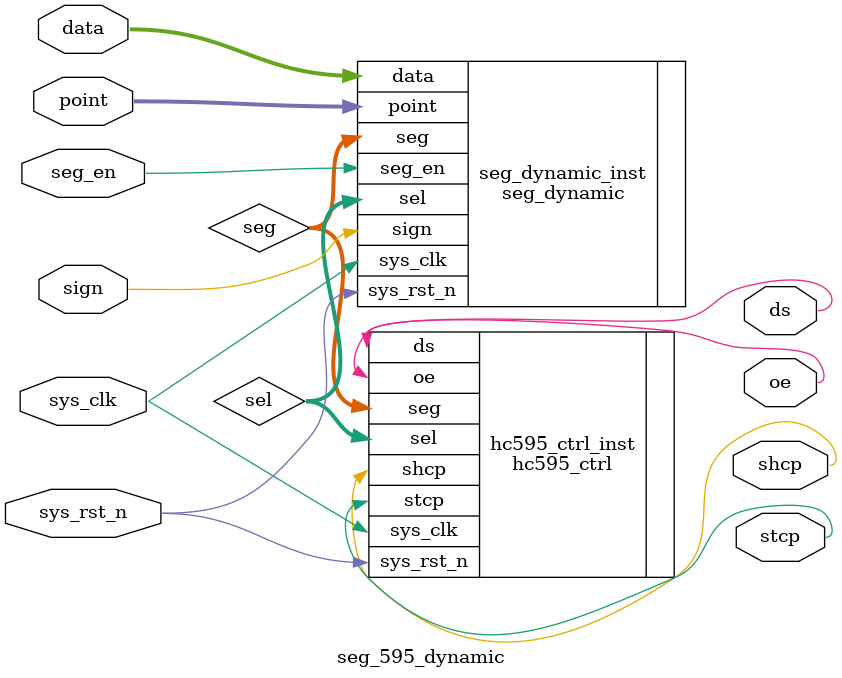
<source format=v>
`timescale  1ns/1ns

module  seg_595_dynamic
(
    input   wire            sys_clk     , //系统时钟，频率50MHz
    input   wire            sys_rst_n   , //复位信号，低有效
    input   wire    [19:0]  data        , //数码管要显示的值
    input   wire    [5:0]   point       , //小数点显示,高电平有效
    input   wire            seg_en      , //数码管使能信号，高电平有效
    input   wire            sign        , //符号位，高电平显示负号

    output  wire            stcp        , //数据存储器时钟
    output  wire            shcp        , //移位寄存器时钟
    output  wire            ds          , //串行数据输入
    output  wire            oe            //使能信号

);

//********************************************************************//
//******************** Parameter And Internal Signal *****************//
//********************************************************************//
//wire  define
wire    [5:0]   sel;    //数码管位选信号
wire    [7:0]   seg;    //数码管段选信号

//************************************************************************//
//***************************** Instantiation ****************************//
//************************************************************************//
//---------- seg_dynamic_inst ----------
seg_dynamic seg_dynamic_inst
(
    .sys_clk     (sys_clk  ),   //系统时钟，频率50MHz
    .sys_rst_n   (sys_rst_n),   //复位信号，低有效
    .data        (data     ),   //数码管要显示的值
    .point       (point    ),   //小数点显示,高电平有效
    .seg_en      (seg_en   ),   //数码管使能信号，高电平有效
    .sign        (sign     ),   //符号位，高电平显示负号

    .sel         (sel      ),   //数码管位选信号
    .seg         (seg      )    //数码管段选信号

);

//---------- hc595_ctrl_inst ----------
hc595_ctrl  hc595_ctrl_inst
(
    .sys_clk     (sys_clk  ),   //系统时钟，频率50MHz
    .sys_rst_n   (sys_rst_n),   //复位信号，低有效
    .sel         (sel      ),   //数码管位选信号
    .seg         (seg      ),   //数码管段选信号

    .stcp        (stcp     ),   //输出数据存储寄时钟
    .shcp        (shcp     ),   //移位寄存器的时钟输入
    .ds          (ds       ),   //串行数据输入
    .oe          (oe       )

);

endmodule

</source>
